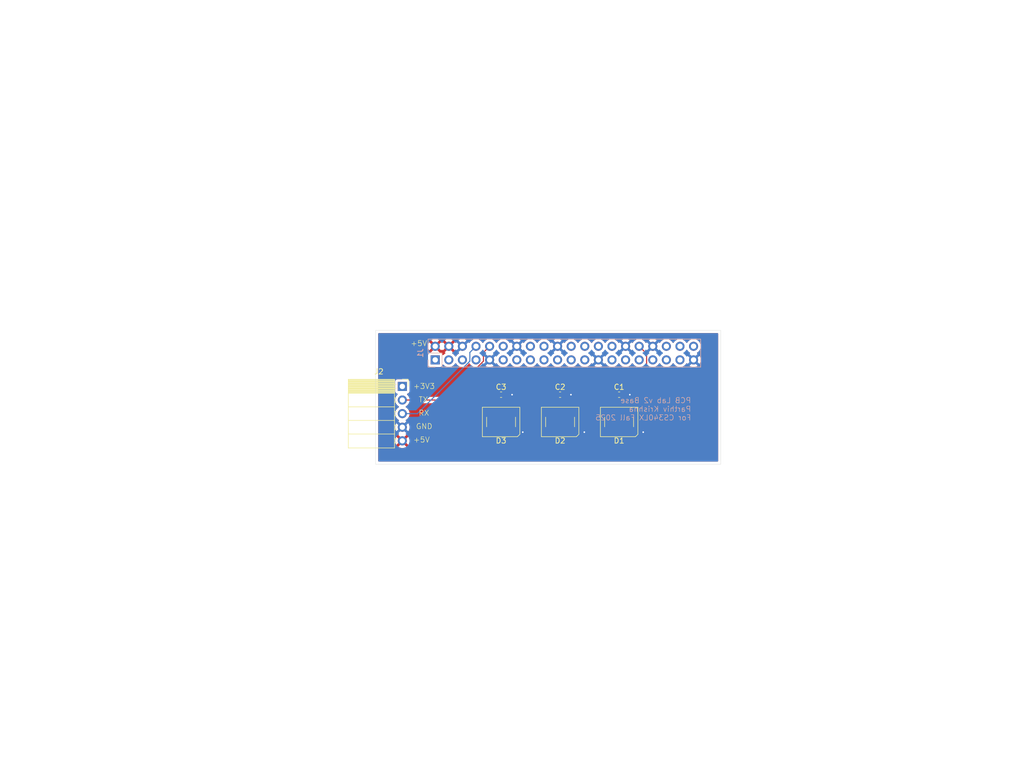
<source format=kicad_pcb>
(kicad_pcb (version 20241229) (generator "pcbnew") (generator_version "9.0")
  (layers (0 "F.Cu" signal) (2 "B.Cu" signal) (13 "F.Paste" user) (15 "B.Paste" user) (5 "F.SilkS" user "F.Silkscreen") (7 "B.SilkS" user "B.Silkscreen") (1 "F.Mask" user) (3 "B.Mask" user) (25 "Edge.Cuts" user))
  (net 0 "")
  (net 1 "+5V")
  (net 2 "GND")
  (net 3 "Net-(D1-DIN)")
  (net 4 "Net-(D1-DOUT)")
  (net 5 "Net-(D2-DOUT)")
  (net 15 "+3V3")
  (net 22 "Net-(J1-GPIO14{slash}TXD)")
  (net 25 "Net-(J1-GPIO15{slash}RXD)")
  (footprint "LED_SMD:LED_SK6812_PLCC4_5.0x5.0mm_P3.2mm" (layer "F.Cu") (at 111.475 46.6 180)
    (property "Reference" "D2" (at 0 -3.5 0) (layer "F.SilkS"))
    (property "Value" "SK6812")
    (fp_line (start 3.5 2.75) (end 3.5 -2.75) (stroke (width 0.12)) (layer "F.SilkS"))
    (fp_line (start 3.5 2.75) (end -3.5 2.75) (stroke (width 0.12)) (layer "F.SilkS"))
    (fp_line (start 3.5 -2.75) (end -3.05 -2.75) (stroke (width 0.12)) (layer "F.SilkS"))
    (fp_line (start 2.7 -0.9) (end 2.7 0.9) (stroke (width 0.12)) (layer "F.SilkS"))
    (fp_line (start -2.7 -0.9) (end -2.7 0.9) (stroke (width 0.12)) (layer "F.SilkS"))
    (fp_line (start -3.05 -2.75) (end -3.5 -2.3) (stroke (width 0.12)) (layer "F.SilkS"))
    (fp_line (start -3.5 -2.3) (end -3.5 2.75) (stroke (width 0.12)) (layer "F.SilkS"))
    (pad "1" smd rect (at -2.45 -1.6) (size 1.5 1) (layers "F.Cu" "F.Mask" "F.Paste") (net 2 "GND"))
    (pad "2" smd rect (at -2.45 1.6) (size 1.5 1) (layers "F.Cu" "F.Mask" "F.Paste") (net 4 "Net-(D1-DOUT)"))
    (pad "3" smd rect (at 2.45 1.6) (size 1.5 1) (layers "F.Cu" "F.Mask" "F.Paste") (net 1 "+5V"))
    (pad "4" smd rect (at 2.45 -1.6) (size 1.5 1) (layers "F.Cu" "F.Mask" "F.Paste") (net 5 "Net-(D2-DOUT)"))
  )
  (footprint "LED_SMD:LED_SK6812_PLCC4_5.0x5.0mm_P3.2mm" (layer "F.Cu") (at 122.5 46.6 180)
    (property "Reference" "D1" (at 0 -3.5 0) (layer "F.SilkS"))
    (property "Value" "SK6812")
    (fp_line (start 3.5 2.75) (end 3.5 -2.75) (stroke (width 0.12)) (layer "F.SilkS"))
    (fp_line (start 3.5 2.75) (end -3.5 2.75) (stroke (width 0.12)) (layer "F.SilkS"))
    (fp_line (start 3.5 -2.75) (end -3.05 -2.75) (stroke (width 0.12)) (layer "F.SilkS"))
    (fp_line (start 2.7 -0.9) (end 2.7 0.9) (stroke (width 0.12)) (layer "F.SilkS"))
    (fp_line (start -2.7 -0.9) (end -2.7 0.9) (stroke (width 0.12)) (layer "F.SilkS"))
    (fp_line (start -3.05 -2.75) (end -3.5 -2.3) (stroke (width 0.12)) (layer "F.SilkS"))
    (fp_line (start -3.5 -2.3) (end -3.5 2.75) (stroke (width 0.12)) (layer "F.SilkS"))
    (pad "1" smd rect (at -2.45 -1.6) (size 1.5 1) (layers "F.Cu" "F.Mask" "F.Paste") (net 2 "GND"))
    (pad "2" smd rect (at -2.45 1.6) (size 1.5 1) (layers "F.Cu" "F.Mask" "F.Paste") (net 3 "Net-(D1-DIN)"))
    (pad "3" smd rect (at 2.45 1.6) (size 1.5 1) (layers "F.Cu" "F.Mask" "F.Paste") (net 1 "+5V"))
    (pad "4" smd rect (at 2.45 -1.6) (size 1.5 1) (layers "F.Cu" "F.Mask" "F.Paste") (net 4 "Net-(D1-DOUT)"))
  )
  (footprint "Connector_PinSocket_2.54mm:PinSocket_1x05_P2.54mm_Horizontal" (layer "F.Cu") (at 82 39.96)
    (property "Reference" "J2" (at -4.38 -2.77 0) (layer "F.SilkS"))
    (property "Value" "UART")
    (fp_line (start -10.09 -1.33) (end -10.09 11.49) (stroke (width 0.12)) (layer "F.SilkS"))
    (fp_line (start -10.09 -1.33) (end -1.46 -1.33) (stroke (width 0.12)) (layer "F.SilkS"))
    (fp_line (start -10.09 -1.21) (end -1.46 -1.21) (stroke (width 0.12)) (layer "F.SilkS"))
    (fp_line (start -10.09 -1.091905) (end -1.46 -1.091905) (stroke (width 0.12)) (layer "F.SilkS"))
    (fp_line (start -10.09 -0.97381) (end -1.46 -0.97381) (stroke (width 0.12)) (layer "F.SilkS"))
    (fp_line (start -10.09 -0.855715) (end -1.46 -0.855715) (stroke (width 0.12)) (layer "F.SilkS"))
    (fp_line (start -10.09 -0.73762) (end -1.46 -0.73762) (stroke (width 0.12)) (layer "F.SilkS"))
    (fp_line (start -10.09 -0.619525) (end -1.46 -0.619525) (stroke (width 0.12)) (layer "F.SilkS"))
    (fp_line (start -10.09 -0.50143) (end -1.46 -0.50143) (stroke (width 0.12)) (layer "F.SilkS"))
    (fp_line (start -10.09 -0.383335) (end -1.46 -0.383335) (stroke (width 0.12)) (layer "F.SilkS"))
    (fp_line (start -10.09 -0.26524) (end -1.46 -0.26524) (stroke (width 0.12)) (layer "F.SilkS"))
    (fp_line (start -10.09 -0.147145) (end -1.46 -0.147145) (stroke (width 0.12)) (layer "F.SilkS"))
    (fp_line (start -10.09 -0.02905) (end -1.46 -0.02905) (stroke (width 0.12)) (layer "F.SilkS"))
    (fp_line (start -10.09 0.089045) (end -1.46 0.089045) (stroke (width 0.12)) (layer "F.SilkS"))
    (fp_line (start -10.09 0.20714) (end -1.46 0.20714) (stroke (width 0.12)) (layer "F.SilkS"))
    (fp_line (start -10.09 0.325235) (end -1.46 0.325235) (stroke (width 0.12)) (layer "F.SilkS"))
    (fp_line (start -10.09 0.44333) (end -1.46 0.44333) (stroke (width 0.12)) (layer "F.SilkS"))
    (fp_line (start -10.09 0.561425) (end -1.46 0.561425) (stroke (width 0.12)) (layer "F.SilkS"))
    (fp_line (start -10.09 0.67952) (end -1.46 0.67952) (stroke (width 0.12)) (layer "F.SilkS"))
    (fp_line (start -10.09 0.797615) (end -1.46 0.797615) (stroke (width 0.12)) (layer "F.SilkS"))
    (fp_line (start -10.09 0.91571) (end -1.46 0.91571) (stroke (width 0.12)) (layer "F.SilkS"))
    (fp_line (start -10.09 1.033805) (end -1.46 1.033805) (stroke (width 0.12)) (layer "F.SilkS"))
    (fp_line (start -10.09 1.1519) (end -1.46 1.1519) (stroke (width 0.12)) (layer "F.SilkS"))
    (fp_line (start -10.09 1.27) (end -1.46 1.27) (stroke (width 0.12)) (layer "F.SilkS"))
    (fp_line (start -10.09 3.81) (end -1.46 3.81) (stroke (width 0.12)) (layer "F.SilkS"))
    (fp_line (start -10.09 6.35) (end -1.46 6.35) (stroke (width 0.12)) (layer "F.SilkS"))
    (fp_line (start -10.09 8.89) (end -1.46 8.89) (stroke (width 0.12)) (layer "F.SilkS"))
    (fp_line (start -10.09 11.49) (end -1.46 11.49) (stroke (width 0.12)) (layer "F.SilkS"))
    (fp_line (start -1.46 -1.33) (end -1.46 11.49) (stroke (width 0.12)) (layer "F.SilkS"))
    (fp_line (start -1.46 -0.36) (end -1.11 -0.36) (stroke (width 0.12)) (layer "F.SilkS"))
    (fp_line (start -1.46 0.36) (end -1.11 0.36) (stroke (width 0.12)) (layer "F.SilkS"))
    (fp_line (start -1.46 2.18) (end -1.05 2.18) (stroke (width 0.12)) (layer "F.SilkS"))
    (fp_line (start -1.46 2.9) (end -1.05 2.9) (stroke (width 0.12)) (layer "F.SilkS"))
    (fp_line (start -1.46 4.72) (end -1.05 4.72) (stroke (width 0.12)) (layer "F.SilkS"))
    (fp_line (start -1.46 5.44) (end -1.05 5.44) (stroke (width 0.12)) (layer "F.SilkS"))
    (fp_line (start -1.46 7.26) (end -1.05 7.26) (stroke (width 0.12)) (layer "F.SilkS"))
    (fp_line (start -1.46 7.98) (end -1.05 7.98) (stroke (width 0.12)) (layer "F.SilkS"))
    (fp_line (start -1.46 9.8) (end -1.05 9.8) (stroke (width 0.12)) (layer "F.SilkS"))
    (fp_line (start -1.46 10.52) (end -1.05 10.52) (stroke (width 0.12)) (layer "F.SilkS"))
    (fp_line (start 0 -1.33) (end 1.11 -1.33) (stroke (width 0.12)) (layer "F.SilkS"))
    (fp_line (start 1.11 -1.33) (end 1.11 0) (stroke (width 0.12)) (layer "F.SilkS"))
    (pad "1" thru_hole rect (at 0 0) (size 1.7 1.7) (drill 1) (layers "*.Cu" "*.Mask"))
    (pad "2" thru_hole circle (at 0 2.54) (size 1.7 1.7) (drill 1) (layers "*.Cu" "*.Mask") (net 25 "Net-(J1-GPIO15{slash}RXD)"))
    (pad "3" thru_hole circle (at 0 5.08) (size 1.7 1.7) (drill 1) (layers "*.Cu" "*.Mask") (net 22 "Net-(J1-GPIO14{slash}TXD)"))
    (pad "4" thru_hole circle (at 0 7.62) (size 1.7 1.7) (drill 1) (layers "*.Cu" "*.Mask") (net 2 "GND"))
    (pad "5" thru_hole circle (at 0 10.16) (size 1.7 1.7) (drill 1) (layers "*.Cu" "*.Mask") (net 1 "+5V"))
  )
  (footprint "LED_SMD:LED_SK6812_PLCC4_5.0x5.0mm_P3.2mm" (layer "F.Cu") (at 100.45 46.6 180)
    (property "Reference" "D3" (at 0 -3.5 0) (layer "F.SilkS"))
    (property "Value" "SK6812")
    (fp_line (start 3.5 2.75) (end 3.5 -2.75) (stroke (width 0.12)) (layer "F.SilkS"))
    (fp_line (start 3.5 2.75) (end -3.5 2.75) (stroke (width 0.12)) (layer "F.SilkS"))
    (fp_line (start 3.5 -2.75) (end -3.05 -2.75) (stroke (width 0.12)) (layer "F.SilkS"))
    (fp_line (start 2.7 -0.9) (end 2.7 0.9) (stroke (width 0.12)) (layer "F.SilkS"))
    (fp_line (start -2.7 -0.9) (end -2.7 0.9) (stroke (width 0.12)) (layer "F.SilkS"))
    (fp_line (start -3.05 -2.75) (end -3.5 -2.3) (stroke (width 0.12)) (layer "F.SilkS"))
    (fp_line (start -3.5 -2.3) (end -3.5 2.75) (stroke (width 0.12)) (layer "F.SilkS"))
    (pad "1" smd rect (at -2.45 -1.6) (size 1.5 1) (layers "F.Cu" "F.Mask" "F.Paste") (net 2 "GND"))
    (pad "2" smd rect (at -2.45 1.6) (size 1.5 1) (layers "F.Cu" "F.Mask" "F.Paste") (net 5 "Net-(D2-DOUT)"))
    (pad "3" smd rect (at 2.45 1.6) (size 1.5 1) (layers "F.Cu" "F.Mask" "F.Paste") (net 1 "+5V"))
    (pad "4" smd rect (at 2.45 -1.6) (size 1.5 1) (layers "F.Cu" "F.Mask" "F.Paste"))
  )
  (footprint "Capacitor_SMD:C_0603_1608Metric" (layer "F.Cu") (at 100.45 41.5)
    (property "Reference" "C3" (at 0 -1.43 0) (layer "F.SilkS"))
    (property "Value" "100nF")
    (fp_line (start -0.14058 -0.51) (end 0.14058 -0.51) (stroke (width 0.12)) (layer "F.SilkS"))
    (fp_line (start -0.14058 0.51) (end 0.14058 0.51) (stroke (width 0.12)) (layer "F.SilkS"))
    (pad "1" smd roundrect (at -0.775 0) (size 0.9 0.95) (layers "F.Cu" "F.Mask" "F.Paste") (net 1 "+5V"))
    (pad "2" smd roundrect (at 0.775 0) (size 0.9 0.95) (layers "F.Cu" "F.Mask" "F.Paste") (net 2 "GND"))
  )
  (footprint "Capacitor_SMD:C_0603_1608Metric" (layer "F.Cu") (at 111.475 41.5)
    (property "Reference" "C2" (at 0 -1.43 0) (layer "F.SilkS"))
    (property "Value" "100nF")
    (fp_line (start -0.14058 -0.51) (end 0.14058 -0.51) (stroke (width 0.12)) (layer "F.SilkS"))
    (fp_line (start -0.14058 0.51) (end 0.14058 0.51) (stroke (width 0.12)) (layer "F.SilkS"))
    (pad "1" smd roundrect (at -0.775 0) (size 0.9 0.95) (layers "F.Cu" "F.Mask" "F.Paste") (net 1 "+5V"))
    (pad "2" smd roundrect (at 0.775 0) (size 0.9 0.95) (layers "F.Cu" "F.Mask" "F.Paste") (net 2 "GND"))
  )
  (footprint "Capacitor_SMD:C_0603_1608Metric" (layer "F.Cu") (at 122.5 41.5)
    (property "Reference" "C1" (at 0 -1.43 0) (layer "F.SilkS"))
    (property "Value" "100nF")
    (fp_line (start -0.14058 -0.51) (end 0.14058 -0.51) (stroke (width 0.12)) (layer "F.SilkS"))
    (fp_line (start -0.14058 0.51) (end 0.14058 0.51) (stroke (width 0.12)) (layer "F.SilkS"))
    (pad "1" smd roundrect (at -0.775 0) (size 0.9 0.95) (layers "F.Cu" "F.Mask" "F.Paste") (net 1 "+5V"))
    (pad "2" smd roundrect (at 0.775 0) (size 0.9 0.95) (layers "F.Cu" "F.Mask" "F.Paste") (net 2 "GND"))
  )
  (footprint "Connector_PinSocket_2.54mm:PinSocket_2x20_P2.54mm_Vertical" (layer "B.Cu") (at 88.145 35 -90)
    (property "Reference" "J1" (at -1.27 2.77 90) (layer "B.SilkS") (effects (justify mirror)))
    (property "Value" "Raspberry_Pi_2_3")
    (fp_line (start -3.87 1.33) (end -1.27 1.33) (stroke (width 0.12)) (layer "B.SilkS"))
    (fp_line (start -3.87 1.33) (end -3.87 -49.59) (stroke (width 0.12)) (layer "B.SilkS"))
    (fp_line (start -1.27 1.33) (end -1.27 -1.27) (stroke (width 0.12)) (layer "B.SilkS"))
    (fp_line (start 0 1.33) (end 1.33 1.33) (stroke (width 0.12)) (layer "B.SilkS"))
    (fp_line (start 1.33 1.33) (end 1.33 0) (stroke (width 0.12)) (layer "B.SilkS"))
    (fp_line (start -1.27 -1.27) (end 1.33 -1.27) (stroke (width 0.12)) (layer "B.SilkS"))
    (fp_line (start 1.33 -1.27) (end 1.33 -49.59) (stroke (width 0.12)) (layer "B.SilkS"))
    (fp_line (start -3.87 -49.59) (end 1.33 -49.59) (stroke (width 0.12)) (layer "B.SilkS"))
    (pad "1" thru_hole rect (at 0 0 270) (size 1.7 1.7) (drill 1) (layers "*.Cu" "*.Mask") (net 15 "+3V3"))
    (pad "2" thru_hole circle (at -2.54 0 270) (size 1.7 1.7) (drill 1) (layers "*.Cu" "*.Mask") (net 1 "+5V"))
    (pad "3" thru_hole circle (at 0 -2.54 270) (size 1.7 1.7) (drill 1) (layers "*.Cu" "*.Mask"))
    (pad "4" thru_hole circle (at -2.54 -2.54 270) (size 1.7 1.7) (drill 1) (layers "*.Cu" "*.Mask") (net 1 "+5V"))
    (pad "5" thru_hole circle (at 0 -5.08 270) (size 1.7 1.7) (drill 1) (layers "*.Cu" "*.Mask"))
    (pad "6" thru_hole circle (at -2.54 -5.08 270) (size 1.7 1.7) (drill 1) (layers "*.Cu" "*.Mask") (net 2 "GND"))
    (pad "7" thru_hole circle (at 0 -7.62 270) (size 1.7 1.7) (drill 1) (layers "*.Cu" "*.Mask"))
    (pad "8" thru_hole circle (at -2.54 -7.62 270) (size 1.7 1.7) (drill 1) (layers "*.Cu" "*.Mask") (net 22 "Net-(J1-GPIO14{slash}TXD)"))
    (pad "9" thru_hole circle (at 0 -10.16 270) (size 1.7 1.7) (drill 1) (layers "*.Cu" "*.Mask") (net 2 "GND"))
    (pad "10" thru_hole circle (at -2.54 -10.16 270) (size 1.7 1.7) (drill 1) (layers "*.Cu" "*.Mask") (net 25 "Net-(J1-GPIO15{slash}RXD)"))
    (pad "11" thru_hole circle (at 0 -12.7 270) (size 1.7 1.7) (drill 1) (layers "*.Cu" "*.Mask"))
    (pad "12" thru_hole circle (at -2.54 -12.7 270) (size 1.7 1.7) (drill 1) (layers "*.Cu" "*.Mask"))
    (pad "13" thru_hole circle (at 0 -15.24 270) (size 1.7 1.7) (drill 1) (layers "*.Cu" "*.Mask"))
    (pad "14" thru_hole circle (at -2.54 -15.24 270) (size 1.7 1.7) (drill 1) (layers "*.Cu" "*.Mask") (net 2 "GND"))
    (pad "15" thru_hole circle (at 0 -17.78 270) (size 1.7 1.7) (drill 1) (layers "*.Cu" "*.Mask"))
    (pad "16" thru_hole circle (at -2.54 -17.78 270) (size 1.7 1.7) (drill 1) (layers "*.Cu" "*.Mask"))
    (pad "17" thru_hole circle (at 0 -20.32 270) (size 1.7 1.7) (drill 1) (layers "*.Cu" "*.Mask") (net 15 "+3V3"))
    (pad "18" thru_hole circle (at -2.54 -20.32 270) (size 1.7 1.7) (drill 1) (layers "*.Cu" "*.Mask"))
    (pad "19" thru_hole circle (at 0 -22.86 270) (size 1.7 1.7) (drill 1) (layers "*.Cu" "*.Mask"))
    (pad "20" thru_hole circle (at -2.54 -22.86 270) (size 1.7 1.7) (drill 1) (layers "*.Cu" "*.Mask") (net 2 "GND"))
    (pad "21" thru_hole circle (at 0 -25.4 270) (size 1.7 1.7) (drill 1) (layers "*.Cu" "*.Mask"))
    (pad "22" thru_hole circle (at -2.54 -25.4 270) (size 1.7 1.7) (drill 1) (layers "*.Cu" "*.Mask"))
    (pad "23" thru_hole circle (at 0 -27.94 270) (size 1.7 1.7) (drill 1) (layers "*.Cu" "*.Mask"))
    (pad "24" thru_hole circle (at -2.54 -27.94 270) (size 1.7 1.7) (drill 1) (layers "*.Cu" "*.Mask"))
    (pad "25" thru_hole circle (at 0 -30.48 270) (size 1.7 1.7) (drill 1) (layers "*.Cu" "*.Mask") (net 2 "GND"))
    (pad "26" thru_hole circle (at -2.54 -30.48 270) (size 1.7 1.7) (drill 1) (layers "*.Cu" "*.Mask"))
    (pad "27" thru_hole circle (at 0 -33.02 270) (size 1.7 1.7) (drill 1) (layers "*.Cu" "*.Mask"))
    (pad "28" thru_hole circle (at -2.54 -33.02 270) (size 1.7 1.7) (drill 1) (layers "*.Cu" "*.Mask"))
    (pad "29" thru_hole circle (at 0 -35.56 270) (size 1.7 1.7) (drill 1) (layers "*.Cu" "*.Mask"))
    (pad "30" thru_hole circle (at -2.54 -35.56 270) (size 1.7 1.7) (drill 1) (layers "*.Cu" "*.Mask") (net 2 "GND"))
    (pad "31" thru_hole circle (at 0 -38.1 270) (size 1.7 1.7) (drill 1) (layers "*.Cu" "*.Mask"))
    (pad "32" thru_hole circle (at -2.54 -38.1 270) (size 1.7 1.7) (drill 1) (layers "*.Cu" "*.Mask") (net 3 "Net-(D1-DIN)"))
    (pad "33" thru_hole circle (at 0 -40.64 270) (size 1.7 1.7) (drill 1) (layers "*.Cu" "*.Mask"))
    (pad "34" thru_hole circle (at -2.54 -40.64 270) (size 1.7 1.7) (drill 1) (layers "*.Cu" "*.Mask") (net 2 "GND"))
    (pad "35" thru_hole circle (at 0 -43.18 270) (size 1.7 1.7) (drill 1) (layers "*.Cu" "*.Mask"))
    (pad "36" thru_hole circle (at -2.54 -43.18 270) (size 1.7 1.7) (drill 1) (layers "*.Cu" "*.Mask"))
    (pad "37" thru_hole circle (at 0 -45.72 270) (size 1.7 1.7) (drill 1) (layers "*.Cu" "*.Mask"))
    (pad "38" thru_hole circle (at -2.54 -45.72 270) (size 1.7 1.7) (drill 1) (layers "*.Cu" "*.Mask"))
    (pad "39" thru_hole circle (at 0 -48.26 270) (size 1.7 1.7) (drill 1) (layers "*.Cu" "*.Mask") (net 2 "GND"))
    (pad "40" thru_hole circle (at -2.54 -48.26 270) (size 1.7 1.7) (drill 1) (layers "*.Cu" "*.Mask"))
  )
  (gr_rect (start 77 29.5) (end 141.5 54.5) (stroke (width 0.05)) (fill no) (layer "Edge.Cuts"))
  (gr_text "GND" (at 84.5 48 0) (layer "F.SilkS") (effects (font (size 1 1) (thickness 0.1)) (justify left bottom)))
  (gr_text "RX" (at 85 45.5 0) (layer "F.SilkS") (effects (font (size 1 1) (thickness 0.1)) (justify left bottom)))
  (gr_text "TX" (at 85 43 0) (layer "F.SilkS") (effects (font (size 1 1) (thickness 0.1)) (justify left bottom)))
  (gr_text "+5V" (at 84 50.5 0) (layer "F.SilkS") (effects (font (size 1 1) (thickness 0.1)) (justify left bottom)))
  (gr_text "+3V3" (at 84 40.5 0) (layer "F.SilkS") (effects (font (size 1 1) (thickness 0.1)) (justify left bottom)))
  (gr_text "+5V" (at 83.5 32.5 0) (layer "F.SilkS") (effects (font (size 1 1) (thickness 0.1)) (justify left bottom)))
  (gr_text "PCB Lab v2 Base\nParthiv Krishna\nFor CS340LX Fall 2025" (at 136 46.375 -0) (layer "B.SilkS") (effects (font (size 1 1) (thickness 0.1)) (justify left bottom mirror)))
  (segment (start 123.275 41.5) (end 124.5 41.5) (width 0.2) (layer "F.Cu") (net 2))
  (segment (start 113.925 48.2) (end 115.7 48.2) (width 0.2) (layer "F.Cu") (net 2))
  (segment (start 102.9 48.2) (end 104.2 48.2) (width 0.2) (layer "F.Cu") (net 2))
  (segment (start 115.7 48.2) (end 116 48.5) (width 0.2) (layer "F.Cu") (net 2))
  (segment (start 126.7 48.2) (end 127 48.5) (width 0.2) (layer "F.Cu") (net 2))
  (segment (start 124.95 48.2) (end 126.7 48.2) (width 0.2) (layer "F.Cu") (net 2))
  (segment (start 101.225 41.5) (end 102.5 41.5) (width 0.2) (layer "F.Cu") (net 2))
  (segment (start 112.25 41.5) (end 113.5 41.5) (width 0.2) (layer "F.Cu") (net 2))
  (segment (start 104.2 48.2) (end 104.5 48.5) (width 0.2) (layer "F.Cu") (net 2))
  (via (at 113.5 41.5) (size 0.6) (drill 0.3) (layers "F.Cu" "B.Cu") (net 2))
  (via (at 116 48.5) (size 0.6) (drill 0.3) (layers "F.Cu" "B.Cu") (net 2))
  (via (at 124.5 41.5) (size 0.6) (drill 0.3) (layers "F.Cu" "B.Cu") (net 2))
  (via (at 104.5 48.5) (size 0.6) (drill 0.3) (layers "F.Cu" "B.Cu") (net 2))
  (via (at 102.5 41.5) (size 0.6) (drill 0.3) (layers "F.Cu" "B.Cu") (net 2))
  (via (at 127 48.5) (size 0.6) (drill 0.3) (layers "F.Cu" "B.Cu") (net 2))
  (segment (start 127.634 42.316) (end 124.95 45) (width 0.2) (layer "F.Cu") (net 3))
  (segment (start 126.245 32.46) (end 127.634 33.849) (width 0.2) (layer "F.Cu") (net 3))
  (segment (start 127.634 33.849) (end 127.634 42.316) (width 0.2) (layer "F.Cu") (net 3))
  (segment (start 94.614 35.23876) (end 84.81276 45.04) (width 0.2) (layer "B.Cu") (net 22))
  (segment (start 94.614 33.611) (end 94.614 35.23876) (width 0.2) (layer "B.Cu") (net 22))
  (segment (start 84.81276 45.04) (end 82 45.04) (width 0.2) (layer "B.Cu") (net 22))
  (segment (start 95.765 32.46) (end 94.614 33.611) (width 0.2) (layer "B.Cu") (net 22))
  (segment (start 98.305 32.46) (end 97.154 33.611) (width 0.2) (layer "F.Cu") (net 25))
  (segment (start 97.154 35.23876) (end 89.89276 42.5) (width 0.2) (layer "F.Cu") (net 25))
  (segment (start 97.154 33.611) (end 97.154 35.23876) (width 0.2) (layer "F.Cu") (net 25))
  (segment (start 89.89276 42.5) (end 82 42.5) (width 0.2) (layer "F.Cu") (net 25))
  (zone (net 1) (net_name "+5V") (layer "F.Cu") (connect_pads (clearance 0.5)) (min_thickness 0.25) (fill yes (thermal_gap 0.5) (thermal_bridge_width 0.5))
    (polygon (pts (xy 75.5 28.5) (xy 142.5 28.5) (xy 142.5 55.5) (xy 75.5 56)))
  )
  (zone (net 2) (net_name "GND") (layer "B.Cu") (priority 1) (connect_pads (clearance 0.5)) (min_thickness 0.25) (fill yes (thermal_gap 0.5) (thermal_bridge_width 0.5))
    (polygon (pts (xy 78 24.5) (xy 75 24.5) (xy 75 58) (xy 143.5 58) (xy 143.5 24.5)))
  )
)
</source>
